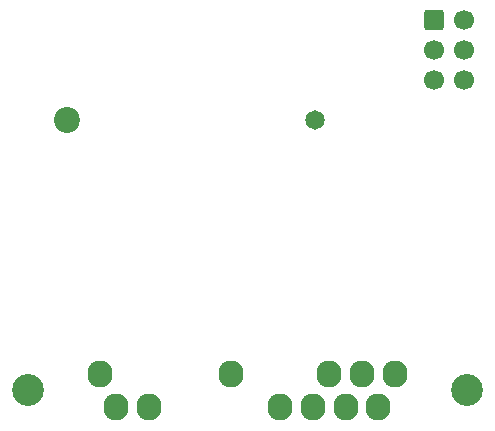
<source format=gbr>
%TF.GenerationSoftware,KiCad,Pcbnew,7.0.9*%
%TF.CreationDate,2023-12-07T13:52:13-06:00*%
%TF.ProjectId,smartportsd-smd,736d6172-7470-46f7-9274-73642d736d64,1.1*%
%TF.SameCoordinates,Original*%
%TF.FileFunction,Soldermask,Bot*%
%TF.FilePolarity,Negative*%
%FSLAX46Y46*%
G04 Gerber Fmt 4.6, Leading zero omitted, Abs format (unit mm)*
G04 Created by KiCad (PCBNEW 7.0.9) date 2023-12-07 13:52:13*
%MOMM*%
%LPD*%
G01*
G04 APERTURE LIST*
G04 Aperture macros list*
%AMRoundRect*
0 Rectangle with rounded corners*
0 $1 Rounding radius*
0 $2 $3 $4 $5 $6 $7 $8 $9 X,Y pos of 4 corners*
0 Add a 4 corners polygon primitive as box body*
4,1,4,$2,$3,$4,$5,$6,$7,$8,$9,$2,$3,0*
0 Add four circle primitives for the rounded corners*
1,1,$1+$1,$2,$3*
1,1,$1+$1,$4,$5*
1,1,$1+$1,$6,$7*
1,1,$1+$1,$8,$9*
0 Add four rect primitives between the rounded corners*
20,1,$1+$1,$2,$3,$4,$5,0*
20,1,$1+$1,$4,$5,$6,$7,0*
20,1,$1+$1,$6,$7,$8,$9,0*
20,1,$1+$1,$8,$9,$2,$3,0*%
G04 Aperture macros list end*
%ADD10C,2.700000*%
%ADD11O,2.100000X2.300000*%
%ADD12C,2.200000*%
%ADD13C,1.650000*%
%ADD14C,1.700000*%
%ADD15RoundRect,0.250000X-0.600000X-0.600000X0.600000X-0.600000X0.600000X0.600000X-0.600000X0.600000X0*%
G04 APERTURE END LIST*
D10*
%TO.C,J1*%
X173368000Y-128270000D03*
X136178000Y-128270000D03*
D11*
X167238000Y-126850000D03*
X164468000Y-126850000D03*
X161698000Y-126850000D03*
X153388000Y-126850000D03*
X142308000Y-126850000D03*
X165853000Y-129690000D03*
X163083000Y-129690000D03*
X160313000Y-129690000D03*
X157543000Y-129690000D03*
X146463000Y-129690000D03*
X143693000Y-129690000D03*
%TD*%
D12*
%TO.C,J3*%
X139506000Y-105346000D03*
D13*
X160506000Y-105346000D03*
%TD*%
D14*
%TO.C,J2*%
X173101000Y-101981000D03*
X170561000Y-101981000D03*
X173101000Y-99441000D03*
X170561000Y-99441000D03*
X173101000Y-96901000D03*
D15*
X170561000Y-96901000D03*
%TD*%
M02*

</source>
